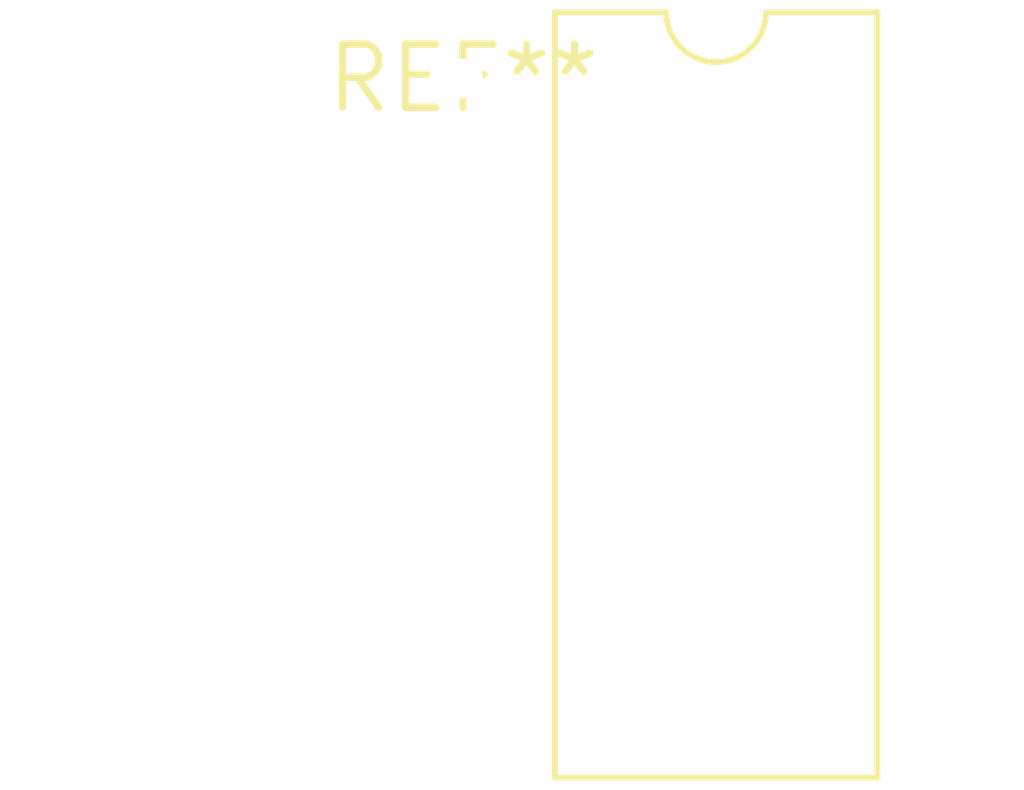
<source format=kicad_pcb>
(kicad_pcb (version 20240108) (generator pcbnew)
  (layers (0 "F.Cu" signal) (31 "B.Cu" signal) (34 "B.Paste" user) (35 "F.Paste" user) (36 "B.SilkS" user "B.Silkscreen") (37 "F.SilkS" user "F.Silkscreen") (38 "B.Mask" user) (39 "F.Mask" user) (44 "Edge.Cuts" user))
  (net 0 "")
  (footprint "DIP-12_W10.16mm" (layer "F.Cu") (at 0 0)
    (property "Reference" "REF**")
    (property "Value" "DIP-12_W10.16mm")
    (fp_line (start 1.845 -1.33) (end 1.845 14.03) (layer "F.SilkS") (stroke (width 0.12)))
    (fp_line (start 1.845 14.03) (end 8.315 14.03) (layer "F.SilkS") (stroke (width 0.12)))
    (fp_line (start 4.08 -1.33) (end 1.845 -1.33) (layer "F.SilkS") (stroke (width 0.12)))
    (fp_line (start 8.315 -1.33) (end 6.08 -1.33) (layer "F.SilkS") (stroke (width 0.12)))
    (fp_line (start 8.315 14.03) (end 8.315 -1.33) (layer "F.SilkS") (stroke (width 0.12)))
    (fp_arc (start 6.08 -1.33) (mid 5.08 -0.33) (end 4.08 -1.33) (layer "F.SilkS") (stroke (width 0.12)))
    (pad "1" thru_hole rect (at 0 0) (size 1.6 1.6) (drill 0.8) (layers *.Cu *.Mask) (remove_unused_layers))
    (pad "2" thru_hole oval (at 0 2.54) (size 1.6 1.6) (drill 0.8) (layers *.Cu *.Mask) (remove_unused_layers))
    (pad "3" thru_hole oval (at 0 5.08) (size 1.6 1.6) (drill 0.8) (layers *.Cu *.Mask) (remove_unused_layers))
    (pad "4" thru_hole oval (at 0 7.62) (size 1.6 1.6) (drill 0.8) (layers *.Cu *.Mask) (remove_unused_layers))
    (pad "5" thru_hole oval (at 0 10.16) (size 1.6 1.6) (drill 0.8) (layers *.Cu *.Mask) (remove_unused_layers))
    (pad "6" thru_hole oval (at 0 12.7) (size 1.6 1.6) (drill 0.8) (layers *.Cu *.Mask) (remove_unused_layers))
    (pad "7" thru_hole oval (at 10.16 12.7) (size 1.6 1.6) (drill 0.8) (layers *.Cu *.Mask) (remove_unused_layers))
    (pad "8" thru_hole oval (at 10.16 10.16) (size 1.6 1.6) (drill 0.8) (layers *.Cu *.Mask) (remove_unused_layers))
    (pad "9" thru_hole oval (at 10.16 7.62) (size 1.6 1.6) (drill 0.8) (layers *.Cu *.Mask) (remove_unused_layers))
    (pad "10" thru_hole oval (at 10.16 5.08) (size 1.6 1.6) (drill 0.8) (layers *.Cu *.Mask) (remove_unused_layers))
    (pad "11" thru_hole oval (at 10.16 2.54) (size 1.6 1.6) (drill 0.8) (layers *.Cu *.Mask) (remove_unused_layers))
    (pad "12" thru_hole oval (at 10.16 0) (size 1.6 1.6) (drill 0.8) (layers *.Cu *.Mask) (remove_unused_layers))
  )
)
</source>
